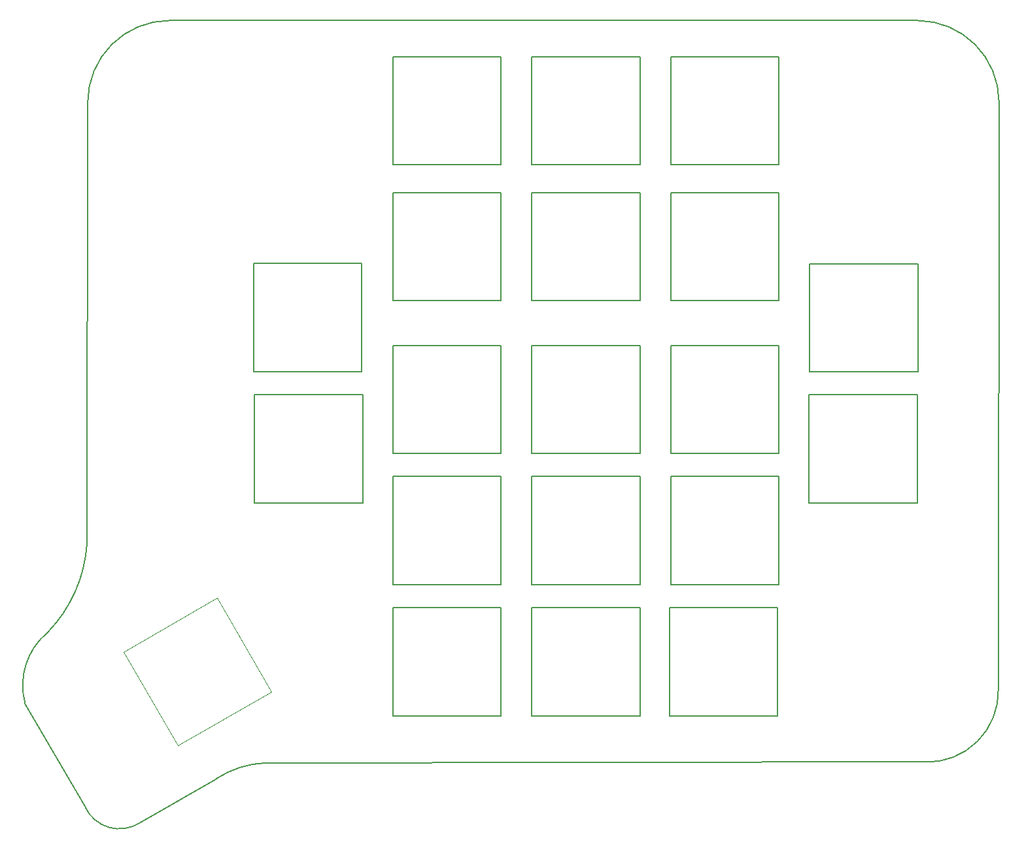
<source format=gm1>
%TF.GenerationSoftware,KiCad,Pcbnew,(6.0.5)*%
%TF.CreationDate,2022-06-01T14:27:17+01:00*%
%TF.ProjectId,Project Fauxbow - top Plate,50726f6a-6563-4742-9046-617578626f77,rev?*%
%TF.SameCoordinates,Original*%
%TF.FileFunction,Profile,NP*%
%FSLAX46Y46*%
G04 Gerber Fmt 4.6, Leading zero omitted, Abs format (unit mm)*
G04 Created by KiCad (PCBNEW (6.0.5)) date 2022-06-01 14:27:17*
%MOMM*%
%LPD*%
G01*
G04 APERTURE LIST*
%TA.AperFunction,Profile*%
%ADD10C,0.200000*%
%TD*%
%TA.AperFunction,Profile*%
%ADD11C,0.120000*%
%TD*%
G04 APERTURE END LIST*
D10*
X145597667Y-107500001D02*
X145695333Y-50295333D01*
X145397686Y-141699992D02*
G75*
G03*
X152360496Y-143725456I4394714J2126892D01*
G01*
X263597673Y-126400001D02*
X263690665Y-50295333D01*
X140497669Y-119000003D02*
G75*
G03*
X145597667Y-107500001I-13072359J12678173D01*
G01*
X168797667Y-135900001D02*
X254097673Y-135800001D01*
X156295333Y-39695333D02*
X253090665Y-39695333D01*
X152360496Y-143725456D02*
X162240262Y-138016486D01*
X168797667Y-135900010D02*
G75*
G03*
X162240262Y-138016486I550133J-12920990D01*
G01*
X145397667Y-141700001D02*
X137593000Y-128195333D01*
X263690667Y-50295333D02*
G75*
G03*
X253090665Y-39695333I-10600067J-67D01*
G01*
X156295333Y-39695333D02*
G75*
G03*
X145695333Y-50295333I-3J-10599997D01*
G01*
X254097673Y-135800001D02*
G75*
G03*
X263597673Y-126400001I302167J9195151D01*
G01*
X140497674Y-119000010D02*
G75*
G03*
X137593000Y-128195333I5663926J-6845590D01*
G01*
X199192999Y-95795333D02*
X185192999Y-95795333D01*
X185192999Y-95795333D02*
X185192999Y-81795333D01*
X185192999Y-81795333D02*
X199192999Y-81795333D01*
X199192999Y-81795333D02*
X199192999Y-95795333D01*
X217192999Y-129795333D02*
X203192999Y-129795333D01*
X203192999Y-129795333D02*
X203192999Y-115795333D01*
X203192999Y-115795333D02*
X217192999Y-115795333D01*
X217192999Y-115795333D02*
X217192999Y-129795333D01*
X181292999Y-102195333D02*
X167292999Y-102195333D01*
X167292999Y-102195333D02*
X167292999Y-88195333D01*
X167292999Y-88195333D02*
X181292999Y-88195333D01*
X181292999Y-88195333D02*
X181292999Y-102195333D01*
X217192999Y-75995333D02*
X203192999Y-75995333D01*
X203192999Y-75995333D02*
X203192999Y-61995333D01*
X203192999Y-61995333D02*
X217192999Y-61995333D01*
X217192999Y-61995333D02*
X217192999Y-75995333D01*
X217192999Y-58395333D02*
X203192999Y-58395333D01*
X203192999Y-58395333D02*
X203192999Y-44395333D01*
X203192999Y-44395333D02*
X217192999Y-44395333D01*
X217192999Y-44395333D02*
X217192999Y-58395333D01*
X235192999Y-95795333D02*
X221192999Y-95795333D01*
X221192999Y-95795333D02*
X221192999Y-81795333D01*
X221192999Y-81795333D02*
X235192999Y-81795333D01*
X235192999Y-81795333D02*
X235192999Y-95795333D01*
X199192999Y-129795333D02*
X185192999Y-129795333D01*
X185192999Y-129795333D02*
X185192999Y-115795333D01*
X185192999Y-115795333D02*
X199192999Y-115795333D01*
X199192999Y-115795333D02*
X199192999Y-129795333D01*
X199192999Y-58395333D02*
X185192999Y-58395333D01*
X185192999Y-58395333D02*
X185192999Y-44395333D01*
X185192999Y-44395333D02*
X199192999Y-44395333D01*
X199192999Y-44395333D02*
X199192999Y-58395333D01*
X253092999Y-102195333D02*
X239092999Y-102195333D01*
X239092999Y-102195333D02*
X239092999Y-88195333D01*
X239092999Y-88195333D02*
X253092999Y-88195333D01*
X253092999Y-88195333D02*
X253092999Y-102195333D01*
X253192999Y-85200001D02*
X239192999Y-85200001D01*
X239192999Y-85200001D02*
X239192999Y-71200001D01*
X239192999Y-71200001D02*
X253192999Y-71200001D01*
X253192999Y-71200001D02*
X253192999Y-85200001D01*
X181192999Y-85195333D02*
X167192999Y-85195333D01*
X167192999Y-85195333D02*
X167192999Y-71195333D01*
X167192999Y-71195333D02*
X181192999Y-71195333D01*
X181192999Y-71195333D02*
X181192999Y-85195333D01*
X217192999Y-112795333D02*
X203192999Y-112795333D01*
X203192999Y-112795333D02*
X203192999Y-98795333D01*
X203192999Y-98795333D02*
X217192999Y-98795333D01*
X217192999Y-98795333D02*
X217192999Y-112795333D01*
X199192999Y-112795333D02*
X185192999Y-112795333D01*
X185192999Y-112795333D02*
X185192999Y-98795333D01*
X185192999Y-98795333D02*
X199192999Y-98795333D01*
X199192999Y-98795333D02*
X199192999Y-112795333D01*
X199192999Y-75995333D02*
X185192999Y-75995333D01*
X185192999Y-75995333D02*
X185192999Y-61995333D01*
X185192999Y-61995333D02*
X199192999Y-61995333D01*
X199192999Y-61995333D02*
X199192999Y-75995333D01*
X235192999Y-75995333D02*
X221192999Y-75995333D01*
X221192999Y-75995333D02*
X221192999Y-61995333D01*
X221192999Y-61995333D02*
X235192999Y-61995333D01*
X235192999Y-61995333D02*
X235192999Y-75995333D01*
X217192999Y-95795333D02*
X203192999Y-95795333D01*
X203192999Y-95795333D02*
X203192999Y-81795333D01*
X203192999Y-81795333D02*
X217192999Y-81795333D01*
X217192999Y-81795333D02*
X217192999Y-95795333D01*
X234992999Y-129795333D02*
X220992999Y-129795333D01*
X220992999Y-129795333D02*
X220992999Y-115795333D01*
X220992999Y-115795333D02*
X234992999Y-115795333D01*
X234992999Y-115795333D02*
X234992999Y-129795333D01*
X235192999Y-112795333D02*
X221192999Y-112795333D01*
X221192999Y-112795333D02*
X221192999Y-98795333D01*
X221192999Y-98795333D02*
X235192999Y-98795333D01*
X235192999Y-98795333D02*
X235192999Y-112795333D01*
X235192999Y-58395333D02*
X221192999Y-58395333D01*
X221192999Y-58395333D02*
X221192999Y-44395333D01*
X221192999Y-44395333D02*
X235192999Y-44395333D01*
X235192999Y-44395333D02*
X235192999Y-58395333D01*
D11*
%TO.C,REF1*%
X157335489Y-133662179D02*
X169459845Y-126662179D01*
X169459845Y-126662179D02*
X162459845Y-114537823D01*
X162459845Y-114537823D02*
X150335489Y-121537823D01*
X150335489Y-121537823D02*
X157335489Y-133662179D01*
%TD*%
M02*

</source>
